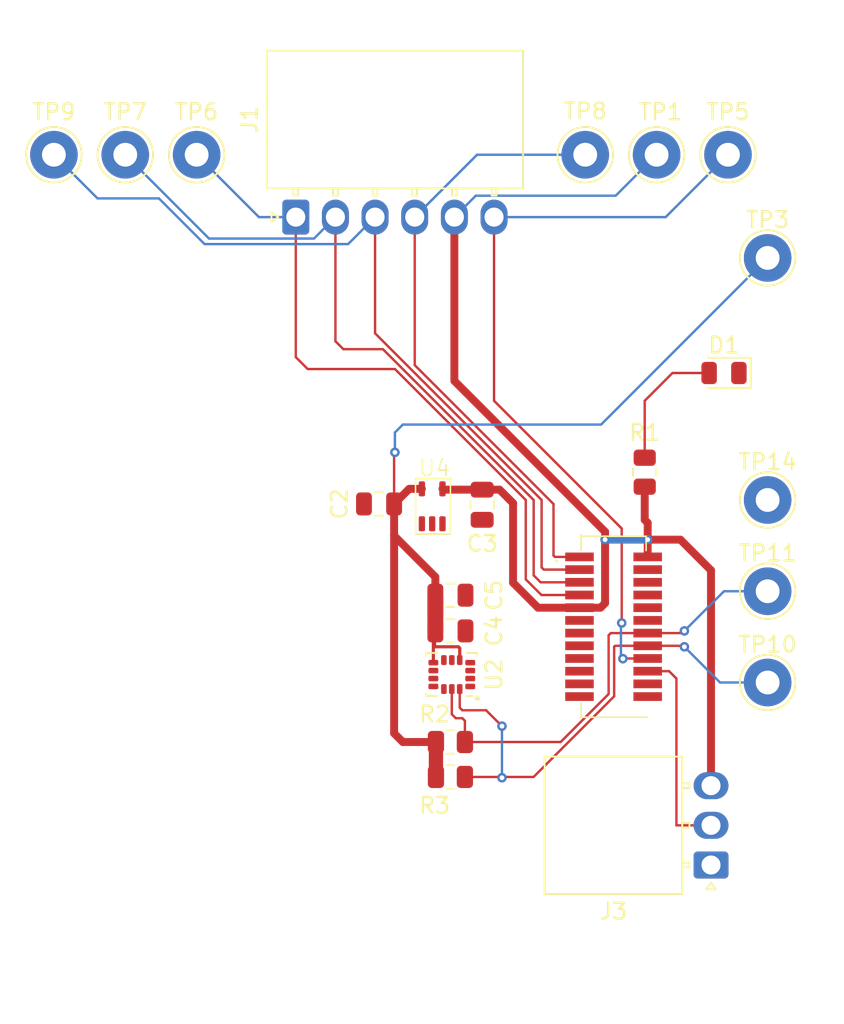
<source format=kicad_pcb>
(kicad_pcb (version 20240108) (generator "pcbnew") (generator_version "8.0")
  (layers (0 "F.Cu" signal) (31 "B.Cu" signal) (34 "B.Paste" user) (35 "F.Paste" user) (36 "B.SilkS" user "B.Silkscreen") (37 "F.SilkS" user "F.Silkscreen") (38 "B.Mask" user) (39 "F.Mask" user) (44 "Edge.Cuts" user))
  (net 0 "")
  (net 1 "<NO NET>")
  (net 2 "/MAG_CLK")
  (net 3 "/MAGSLV_Input")
  (net 4 "/LDO_1.8V")
  (net 5 "/Mag_High")
  (net 6 "/MAGSLV_Output")
  (net 7 "/MAG_CS")
  (net 22 "/VDD_3.3V")
  (net 23 "/LTE_D1")
  (net 24 "/GPIO_1")
  (net 25 "/IMU_I2C_SCL")
  (net 26 "/IMU_I2C_SDA")
  (footprint "Resistor_SMD:R_0805_2012Metric" (layer "F.Cu") (at 153 97.2)
    (property "Reference" "R3" (at -1 1.8 0) (layer "F.SilkS"))
    (property "Value" "10k")
    (fp_line (start -0.227064 -0.735) (end 0.227064 -0.735) (stroke (width 0.12)) (layer "F.SilkS"))
    (fp_line (start -0.227064 0.735) (end 0.227064 0.735) (stroke (width 0.12)) (layer "F.SilkS"))
    (pad "1" smd roundrect (at -0.9125 0) (size 1.025 1.4) (layers "F.Cu" "F.Paste" "F.Mask") (roundrect_rratio 0.243902) (net 4 "/LDO_1.8V"))
    (pad "2" smd roundrect (at 0.9125 0) (size 1.025 1.4) (layers "F.Cu" "F.Paste" "F.Mask") (roundrect_rratio 0.243902) (net 26 "/IMU_I2C_SDA"))
  )
  (footprint "TestPoint:TestPoint_THTPad_D3.0mm_Drill1.5mm" (layer "F.Cu") (at 161.5 58 90)
    (property "Reference" "TP8" (at 2.75 0 180) (layer "F.SilkS"))
    (property "Value" "MAGSLV_I")
    (fp_circle (center 0 0) (end 0 1.75) (stroke (width 0.12)) (fill none) (layer "F.SilkS"))
    (pad "1" thru_hole circle (at 0 0 90) (size 3 3) (drill 1.5) (layers "*.Cu" "*.Mask") (net 3 "/MAGSLV_Input"))
  )
  (footprint "Capacitor_SMD:C_0805_2012Metric" (layer "F.Cu") (at 148.5 80 180)
    (property "Reference" "C2" (at 2.5 0 90) (layer "F.SilkS"))
    (property "Value" "4u7")
    (fp_line (start -0.261252 0.735) (end 0.261252 0.735) (stroke (width 0.12)) (layer "F.SilkS"))
    (fp_line (start -0.261252 -0.735) (end 0.261252 -0.735) (stroke (width 0.12)) (layer "F.SilkS"))
    (pad "1" smd roundrect (at -0.95 0 180) (size 1 1.45) (layers "F.Cu" "F.Paste" "F.Mask") (net 4 "/LDO_1.8V"))
    (pad "2" smd roundrect (at 0.95 0 180) (size 1 1.45) (layers "F.Cu" "F.Paste" "F.Mask") (net 1 "<NO NET>"))
  )
  (footprint "LED_SMD:LED_0805_2012Metric" (layer "F.Cu") (at 170.25 71.75 180)
    (property "Reference" "D1" (at 0 1.75 0) (layer "F.SilkS"))
    (property "Value" "LED")
    (fp_line (start 1 -0.96) (end -1.685 -0.96) (stroke (width 0.12)) (layer "F.SilkS"))
    (fp_line (start -1.685 0.96) (end 1 0.96) (stroke (width 0.12)) (layer "F.SilkS"))
    (fp_line (start -1.685 -0.96) (end -1.685 0.96) (stroke (width 0.12)) (layer "F.SilkS"))
    (pad "1" smd roundrect (at -0.9375 0 180) (size 0.975 1.4) (layers "F.Cu" "F.Paste" "F.Mask") (net 1 "<NO NET>"))
    (pad "2" smd roundrect (at 0.9375 0 180) (size 0.975 1.4) (layers "F.Cu" "F.Paste" "F.Mask") (net 23 "/LTE_D1"))
  )
  (footprint "Capacitor_SMD:C_0805_2012Metric" (layer "F.Cu") (at 153 88)
    (property "Reference" "C4" (at 2.75 0 90) (layer "F.SilkS"))
    (property "Value" "100n")
    (fp_line (start -0.261252 -0.735) (end 0.261252 -0.735) (stroke (width 0.12)) (layer "F.SilkS"))
    (fp_line (start -0.261252 0.735) (end 0.261252 0.735) (stroke (width 0.12)) (layer "F.SilkS"))
    (pad "1" smd roundrect (at -0.95 0) (size 1 1.45) (layers "F.Cu" "F.Paste" "F.Mask") (net 4 "/LDO_1.8V"))
    (pad "2" smd roundrect (at 0.95 0) (size 1 1.45) (layers "F.Cu" "F.Paste" "F.Mask") (net 1 "<NO NET>"))
  )
  (footprint "TestPoint:TestPoint_THTPad_D3.0mm_Drill1.5mm" (layer "F.Cu") (at 166 58 90)
    (property "Reference" "TP1" (at 2.7 0.25 180) (layer "F.SilkS"))
    (property "Value" "VDD")
    (fp_circle (center 0 0) (end 0 1.75) (stroke (width 0.12)) (fill none) (layer "F.SilkS"))
    (pad "1" thru_hole circle (at 0 0 90) (size 3 3) (drill 1.5) (layers "*.Cu" "*.Mask") (net 22 "/VDD_3.3V"))
  )
  (footprint "TestPoint:TestPoint_THTPad_D3.0mm_Drill1.5mm" (layer "F.Cu") (at 137 58 -90)
    (property "Reference" "TP6" (at -2.7 0 0) (layer "F.SilkS"))
    (property "Value" "MAG_CS")
    (fp_circle (center 0 0) (end 0 1.75) (stroke (width 0.12)) (fill none) (layer "F.SilkS"))
    (pad "1" thru_hole circle (at 0 0 270) (size 3 3) (drill 1.5) (layers "*.Cu" "*.Mask") (net 7 "/MAG_CS"))
  )
  (footprint "TestPoint:TestPoint_THTPad_D3.0mm_Drill1.5mm" (layer "F.Cu") (at 128 58 -90)
    (property "Reference" "TP9" (at -2.7 0 0) (layer "F.SilkS"))
    (property "Value" "MAGSLV_O")
    (fp_circle (center 0 0) (end 0 1.75) (stroke (width 0.12)) (fill none) (layer "F.SilkS"))
    (pad "1" thru_hole circle (at 0 0 270) (size 3 3) (drill 1.5) (layers "*.Cu" "*.Mask") (net 6 "/MAGSLV_Output"))
  )
  (footprint "UTSVT_Power:LDO_3.3_to_1.8_2.2mmx1.3mm" (layer "F.Cu") (at 146.9 80.05 90)
    (property "Reference" "U4" (at 2.3 5.1 0) (layer "F.SilkS") (effects (font (thickness 0.1))))
    (property "Value" "TPS71518__SC70")
    (fp_rect (start -1.85 3.9) (end 1.65 6.1) (stroke (width 0.1)) (fill none) (layer "F.SilkS"))
    (pad "1" smd roundrect (at -1.2 4.3 90) (size 0.95 0.4) (layers "F.Cu" "F.Paste" "F.Mask"))
    (pad "2" smd roundrect (at -1.2 4.95 90) (size 0.95 0.4) (layers "F.Cu" "F.Paste" "F.Mask") (net 1 "<NO NET>"))
    (pad "3" smd roundrect (at -1.2 5.6 90) (size 0.95 0.4) (layers "F.Cu" "F.Paste" "F.Mask"))
    (pad "4" smd roundrect (at 1 5.6 90) (size 0.95 0.4) (layers "F.Cu" "F.Paste" "F.Mask") (net 22 "/VDD_3.3V"))
    (pad "5" smd roundrect (at 1 4.3 90) (size 0.95 0.4) (layers "F.Cu" "F.Paste" "F.Mask") (net 4 "/LDO_1.8V"))
  )
  (footprint "Connector_Molex:Molex_Nano-Fit_105313-xx06_1x06_P2.50mm_Horizontal" (layer "F.Cu") (at 143.25 61.93 90)
    (property "Reference" "J1" (at 6.15 -2.92 90) (layer "F.SilkS"))
    (property "Value" "Conn_01x06_Socket")
    (fp_line (start 10.49 -1.83) (end 1.81 -1.83) (stroke (width 0.12)) (layer "F.SilkS"))
    (fp_line (start 1.81 -1.83) (end 1.81 14.33) (stroke (width 0.12)) (layer "F.SilkS"))
    (fp_line (start 0.3 -1.534264) (end -0.3 -1.534264) (stroke (width 0.12)) (layer "F.SilkS"))
    (fp_line (start -0.3 -1.534264) (end 0 -1.11) (stroke (width 0.12)) (layer "F.SilkS"))
    (fp_line (start 0 -1.11) (end 0.3 -1.534264) (stroke (width 0.12)) (layer "F.SilkS"))
    (fp_line (start 1.81 -0.15) (end 1.36 -0.15) (stroke (width 0.12)) (layer "F.SilkS"))
    (fp_line (start 1.36 -0.15) (end 1.36 0.15) (stroke (width 0.12)) (layer "F.SilkS"))
    (fp_line (start 1.81 0.15) (end 1.81 -0.15) (stroke (width 0.12)) (layer "F.SilkS"))
    (fp_line (start 1.36 0.15) (end 1.81 0.15) (stroke (width 0.12)) (layer "F.SilkS"))
    (fp_line (start 1.81 2.35) (end 1.36 2.35) (stroke (width 0.12)) (layer "F.SilkS"))
    (fp_line (start 1.36 2.35) (end 1.36 2.65) (stroke (width 0.12)) (layer "F.SilkS"))
    (fp_line (start 1.81 2.65) (end 1.81 2.35) (stroke (width 0.12)) (layer "F.SilkS"))
    (fp_line (start 1.36 2.65) (end 1.81 2.65) (stroke (width 0.12)) (layer "F.SilkS"))
    (fp_line (start 1.81 4.85) (end 1.36 4.85) (stroke (width 0.12)) (layer "F.SilkS"))
    (fp_line (start 1.36 4.85) (end 1.36 5.15) (stroke (width 0.12)) (layer "F.SilkS"))
    (fp_line (start 1.81 5.15) (end 1.81 4.85) (stroke (width 0.12)) (layer "F.SilkS"))
    (fp_line (start 1.36 5.15) (end 1.81 5.15) (stroke (width 0.12)) (layer "F.SilkS"))
    (fp_line (start 1.81 7.35) (end 1.36 7.35) (stroke (width 0.12)) (layer "F.SilkS"))
    (fp_line (start 1.36 7.35) (end 1.36 7.65) (stroke (width 0.12)) (layer "F.SilkS"))
    (fp_line (start 1.81 7.65) (end 1.81 7.35) (stroke (width 0.12)) (layer "F.SilkS"))
    (fp_line (start 1.36 7.65) (end 1.81 7.65) (stroke (width 0.12)) (layer "F.SilkS"))
    (fp_line (start 1.81 9.85) (end 1.36 9.85) (stroke (width 0.12)) (layer "F.SilkS"))
    (fp_line (start 1.36 9.85) (end 1.36 10.15) (stroke (width 0.12)) (layer "F.SilkS"))
    (fp_line (start 1.81 10.15) (end 1.81 9.85) (stroke (width 0.12)) (layer "F.SilkS"))
    (fp_line (start 1.36 10.15) (end 1.81 10.15) (stroke (width 0.12)) (layer "F.SilkS"))
    (fp_line (start 1.81 12.35) (end 1.36 12.35) (stroke (width 0.12)) (layer "F.SilkS"))
    (fp_line (start 1.36 12.35) (end 1.36 12.65) (stroke (width 0.12)) (layer "F.SilkS"))
    (fp_line (start 1.81 12.65) (end 1.81 12.35) (stroke (width 0.12)) (layer "F.SilkS"))
    (fp_line (start 1.36 12.65) (end 1.81 12.65) (stroke (width 0.12)) (layer "F.SilkS"))
    (fp_line (start 10.49 14.33) (end 10.49 -1.83) (stroke (width 0.12)) (layer "F.SilkS"))
    (fp_line (start 1.81 14.33) (end 10.49 14.33) (stroke (width 0.12)) (layer "F.SilkS"))
    (pad "" np_thru_hole circle (at 7.18 0 90) (size 1.7 1.7) (drill 1.7) (layers "*.Cu" "*.Mask"))
    (pad "" np_thru_hole circle (at 7.18 12.5 90) (size 1.7 1.7) (drill 1.7) (layers "*.Cu" "*.Mask"))
    (pad "1" thru_hole roundrect (at 0 0 90) (size 2.2 1.7) (drill 1.2) (layers "*.Cu" "*.Mask") (roundrect_rratio 0.147059) (net 7 "/MAG_CS"))
    (pad "2" thru_hole oval (at 0 2.5 90) (size 2.2 1.7) (drill 1.2) (layers "*.Cu" "*.Mask") (net 2 "/MAG_CLK"))
    (pad "3" thru_hole oval (at 0 5 90) (size 2.2 1.7) (drill 1.2) (layers "*.Cu" "*.Mask") (net 6 "/MAGSLV_Output"))
    (pad "4" thru_hole oval (at 0 7.5 90) (size 2.2 1.7) (drill 1.2) (layers "*.Cu" "*.Mask") (net 3 "/MAGSLV_Input"))
    (pad "5" thru_hole oval (at 0 10 90) (size 2.2 1.7) (drill 1.2) (layers "*.Cu" "*.Mask") (net 22 "/VDD_3.3V"))
    (pad "6" thru_hole oval (at 0 12.5 90) (size 2.2 1.7) (drill 1.2) (layers "*.Cu" "*.Mask") (net 5 "/Mag_High"))
  )
  (footprint "Resistor_SMD:R_0805_2012Metric" (layer "F.Cu") (at 153 95)
    (property "Reference" "R2" (at -1 -1.75 0) (layer "F.SilkS"))
    (property "Value" "10k")
    (fp_line (start -0.227064 -0.735) (end 0.227064 -0.735) (stroke (width 0.12)) (layer "F.SilkS"))
    (fp_line (start -0.227064 0.735) (end 0.227064 0.735) (stroke (width 0.12)) (layer "F.SilkS"))
    (pad "1" smd roundrect (at -0.9125 0) (size 1.025 1.4) (layers "F.Cu" "F.Paste" "F.Mask") (roundrect_rratio 0.243902) (net 4 "/LDO_1.8V"))
    (pad "2" smd roundrect (at 0.9125 0) (size 1.025 1.4) (layers "F.Cu" "F.Paste" "F.Mask") (roundrect_rratio 0.243902) (net 25 "/IMU_I2C_SCL"))
  )
  (footprint "Connector_Molex:Molex_Nano-Fit_105313-xx03_1x03_P2.50mm_Horizontal" (layer "F.Cu") (at 169.43 102.75 180)
    (property "Reference" "J3" (at 6.15 -2.92 0) (layer "F.SilkS"))
    (property "Value" "Conn_01x03_Socket")
    (fp_line (start 10.49 6.83) (end 10.49 -1.83) (stroke (width 0.12)) (layer "F.SilkS"))
    (fp_line (start 10.49 -1.83) (end 1.81 -1.83) (stroke (width 0.12)) (layer "F.SilkS"))
    (fp_line (start 1.81 6.83) (end 10.49 6.83) (stroke (width 0.12)) (layer "F.SilkS"))
    (fp_line (start 1.81 5.15) (end 1.81 4.85) (stroke (width 0.12)) (layer "F.SilkS"))
    (fp_line (start 1.81 4.85) (end 1.36 4.85) (stroke (width 0.12)) (layer "F.SilkS"))
    (fp_line (start 1.81 2.65) (end 1.81 2.35) (stroke (width 0.12)) (layer "F.SilkS"))
    (fp_line (start 1.81 2.35) (end 1.36 2.35) (stroke (width 0.12)) (layer "F.SilkS"))
    (fp_line (start 1.81 0.15) (end 1.81 -0.15) (stroke (width 0.12)) (layer "F.SilkS"))
    (fp_line (start 1.81 -0.15) (end 1.36 -0.15) (stroke (width 0.12)) (layer "F.SilkS"))
    (fp_line (start 1.81 -1.83) (end 1.81 6.83) (stroke (width 0.12)) (layer "F.SilkS"))
    (fp_line (start 1.36 5.15) (end 1.81 5.15) (stroke (width 0.12)) (layer "F.SilkS"))
    (fp_line (start 1.36 4.85) (end 1.36 5.15) (stroke (width 0.12)) (layer "F.SilkS"))
    (fp_line (start 1.36 2.65) (end 1.81 2.65) (stroke (width 0.12)) (layer "F.SilkS"))
    (fp_line (start 1.36 2.35) (end 1.36 2.65) (stroke (width 0.12)) (layer "F.SilkS"))
    (fp_line (start 1.36 0.15) (end 1.81 0.15) (stroke (width 0.12)) (layer "F.SilkS"))
    (fp_line (start 1.36 -0.15) (end 1.36 0.15) (stroke (width 0.12)) (layer "F.SilkS"))
    (fp_line (start 0.3 -1.534264) (end -0.3 -1.534264) (stroke (width 0.12)) (layer "F.SilkS"))
    (fp_line (start 0 -1.11) (end 0.3 -1.534264) (stroke (width 0.12)) (layer "F.SilkS"))
    (fp_line (start -0.3 -1.534264) (end 0 -1.11) (stroke (width 0.12)) (layer "F.SilkS"))
    (pad "" np_thru_hole circle (at 7.18 0 180) (size 1.7 1.7) (drill 1.7) (layers "*.Cu" "*.Mask"))
    (pad "" np_thru_hole circle (at 7.18 5 180) (size 1.7 1.7) (drill 1.7) (layers "*.Cu" "*.Mask"))
    (pad "1" thru_hole roundrect (at 0 0 180) (size 2.2 1.7) (drill 1.2) (layers "*.Cu" "*.Mask") (roundrect_rratio 0.147059) (net 1 "<NO NET>"))
    (pad "2" thru_hole oval (at 0 2.5 180) (size 2.2 1.7) (drill 1.2) (layers "*.Cu" "*.Mask") (net 24 "/GPIO_1"))
    (pad "3" thru_hole oval (at 0 5 180) (size 2.2 1.7) (drill 1.2) (layers "*.Cu" "*.Mask") (net 22 "/VDD_3.3V"))
  )
  (footprint "Capacitor_SMD:C_0805_2012Metric" (layer "F.Cu") (at 153 85.75)
    (property "Reference" "C5" (at 2.75 0 90) (layer "F.SilkS"))
    (property "Value" "100n")
    (fp_line (start -0.261252 -0.735) (end 0.261252 -0.735) (stroke (width 0.12)) (layer "F.SilkS"))
    (fp_line (start -0.261252 0.735) (end 0.261252 0.735) (stroke (width 0.12)) (layer "F.SilkS"))
    (pad "1" smd roundrect (at -0.95 0) (size 1 1.45) (layers "F.Cu" "F.Paste" "F.Mask") (net 4 "/LDO_1.8V"))
    (pad "2" smd roundrect (at 0.95 0) (size 1 1.45) (layers "F.Cu" "F.Paste" "F.Mask") (net 1 "<NO NET>"))
  )
  (footprint "Capacitor_SMD:C_0805_2012Metric" (layer "F.Cu") (at 155 80.05 -90)
    (property "Reference" "C3" (at 2.45 0 180) (layer "F.SilkS"))
    (property "Value" "4u7")
    (fp_line (start -0.261252 0.735) (end 0.261252 0.735) (stroke (width 0.12)) (layer "F.SilkS"))
    (fp_line (start -0.261252 -0.735) (end 0.261252 -0.735) (stroke (width 0.12)) (layer "F.SilkS"))
    (pad "1" smd roundrect (at -0.95 0 270) (size 1 1.45) (layers "F.Cu" "F.Paste" "F.Mask") (net 22 "/VDD_3.3V"))
    (pad "2" smd roundrect (at 0.95 0 270) (size 1 1.45) (layers "F.Cu" "F.Paste" "F.Mask") (net 1 "<NO NET>"))
  )
  (footprint "Package_LGA:LGA-14_3x2.5mm_P0.5mm_LayoutBorder3x4y" (layer "F.Cu") (at 153.0875 90.75 180)
    (property "Reference" "U2" (at -2.6625 0 90) (layer "F.SilkS"))
    (property "Value" "LSM6DSL")
    (fp_line (start 1.61 1.36) (end 1.61 1.185) (stroke (width 0.12)) (layer "F.SilkS"))
    (fp_line (start 1.61 -1.36) (end 1.61 -1.185) (stroke (width 0.12)) (layer "F.SilkS"))
    (fp_line (start 0.935 1.36) (end 1.61 1.36) (stroke (width 0.12)) (layer "F.SilkS"))
    (fp_line (start 0.935 -1.36) (end 1.61 -1.36) (stroke (width 0.12)) (layer "F.SilkS"))
    (fp_line (start -0.935 1.36) (end -1.61 1.36) (stroke (width 0.12)) (layer "F.SilkS"))
    (fp_line (start -0.935 -1.36) (end -1.31 -1.36) (stroke (width 0.12)) (layer "F.SilkS"))
    (fp_line (start -1.61 1.36) (end -1.61 1.185) (stroke (width 0.12)) (layer "F.SilkS"))
    (fp_poly (pts (xy -1.61 -1.36) (xy -1.75 -1.55) (xy -1.47 -1.55) (xy -1.61 -1.36)) (stroke (width 0.12)) (fill solid) (layer "F.SilkS"))
    (pad "1" smd roundrect (at -1.1625 -0.75 180) (size 0.625 0.35) (layers "F.Cu" "F.Paste" "F.Mask"))
    (pad "2" smd roundrect (at -1.1625 -0.25 180) (size 0.625 0.35) (layers "F.Cu" "F.Paste" "F.Mask") (net 1 "<NO NET>"))
    (pad "3" smd roundrect (at -1.1625 0.25 180) (size 0.625 0.35) (layers "F.Cu" "F.Paste" "F.Mask") (net 1 "<NO NET>"))
    (pad "4" smd roundrect (at -1.1625 0.75 180) (size 0.625 0.35) (layers "F.Cu" "F.Paste" "F.Mask"))
    (pad "5 (IO)" smd roundrect (at -0.5 0.9125 180) (size 0.35 0.625) (layers "F.Cu" "F.Paste" "F.Mask") (net 4 "/LDO_1.8V"))
    (pad "6" smd roundrect (at 0 0.9125 180) (size 0.35 0.625) (layers "F.Cu" "F.Paste" "F.Mask") (net 1 "<NO NET>"))
    (pad "7" smd roundrect (at 0.5 0.9125 180) (size 0.35 0.625) (layers "F.Cu" "F.Paste" "F.Mask") (net 1 "<NO NET>"))
    (pad "8" smd roundrect (at 1.1625 0.75 180) (size 0.625 0.35) (layers "F.Cu" "F.Paste" "F.Mask") (net 4 "/LDO_1.8V"))
    (pad "9" smd roundrect (at 1.1625 0.25 180) (size 0.625 0.35) (layers "F.Cu" "F.Paste" "F.Mask"))
    (pad "10" smd roundrect (at 1.1625 -0.25 180) (size 0.625 0.35) (layers "F.Cu" "F.Paste" "F.Mask"))
    (pad "11" smd roundrect (at 1.1625 -0.75 180) (size 0.625 0.35) (layers "F.Cu" "F.Paste" "F.Mask"))
    (pad "12" smd roundrect (at 0.5 -0.9125 180) (size 0.35 0.625) (layers "F.Cu" "F.Paste" "F.Mask"))
    (pad "13" smd roundrect (at 0 -0.9125 180) (size 0.35 0.625) (layers "F.Cu" "F.Paste" "F.Mask") (net 25 "/IMU_I2C_SCL"))
    (pad "14" smd roundrect (at -0.5 -0.9125 180) (size 0.35 0.625) (layers "F.Cu" "F.Paste" "F.Mask") (net 26 "/IMU_I2C_SDA"))
  )
  (footprint "TestPoint:TestPoint_THTPad_D3.0mm_Drill1.5mm" (layer "F.Cu") (at 173 91.25)
    (property "Reference" "TP10" (at 0 -2.398 0) (layer "F.SilkS"))
    (property "Value" "IMU_I2C_SDA")
    (fp_circle (center 0 0) (end 0 1.75) (stroke (width 0.12)) (fill none) (layer "F.SilkS"))
    (pad "1" thru_hole circle (at 0 0) (size 3 3) (drill 1.5) (layers "*.Cu" "*.Mask") (net 26 "/IMU_I2C_SDA"))
  )
  (footprint "TestPoint:TestPoint_THTPad_D3.0mm_Drill1.5mm" (layer "F.Cu") (at 173 79.75)
    (property "Reference" "TP14" (at 0 -2.398 0) (layer "F.SilkS"))
    (property "Value" "GND")
    (fp_circle (center 0 0) (end 0 1.75) (stroke (width 0.12)) (fill none) (layer "F.SilkS"))
    (pad "1" thru_hole circle (at 0 0) (size 3 3) (drill 1.5) (layers "*.Cu" "*.Mask") (net 1 "<NO NET>"))
  )
  (footprint "TestPoint:TestPoint_THTPad_D3.0mm_Drill1.5mm" (layer "F.Cu") (at 173 85.5)
    (property "Reference" "TP11" (at 0 -2.398 0) (layer "F.SilkS"))
    (property "Value" "IMU_CLK")
    (fp_circle (center 0 0) (end 0 1.75) (stroke (width 0.12)) (fill none) (layer "F.SilkS"))
    (pad "1" thru_hole circle (at 0 0) (size 3 3) (drill 1.5) (layers "*.Cu" "*.Mask") (net 25 "/IMU_I2C_SCL"))
  )
  (footprint "Resistor_SMD:R_0805_2012Metric" (layer "F.Cu") (at 165.25 78 -90)
    (property "Reference" "R1" (at -2.5 0 180) (layer "F.SilkS"))
    (property "Value" "1k")
    (fp_line (start -0.227064 0.735) (end 0.227064 0.735) (stroke (width 0.12)) (layer "F.SilkS"))
    (fp_line (start -0.227064 -0.735) (end 0.227064 -0.735) (stroke (width 0.12)) (layer "F.SilkS"))
    (pad "1" smd roundrect (at -0.9125 0 270) (size 1.025 1.4) (layers "F.Cu" "F.Paste" "F.Mask") (roundrect_rratio 0.243902) (net 23 "/LTE_D1"))
    (pad "2" smd roundrect (at 0.9125 0 270) (size 1.025 1.4) (layers "F.Cu" "F.Paste" "F.Mask") (roundrect_rratio 0.243902) (net 22 "/VDD_3.3V"))
  )
  (footprint "TestPoint:TestPoint_THTPad_D3.0mm_Drill1.5mm" (layer "F.Cu") (at 170.5 58 90)
    (property "Reference" "TP5" (at 2.7 0 180) (layer "F.SilkS"))
    (property "Value" "Mag_High")
    (fp_circle (center 0 0) (end 0 1.75) (stroke (width 0.12)) (fill none) (layer "F.SilkS"))
    (pad "1" thru_hole circle (at 0 0 90) (size 3 3) (drill 1.5) (layers "*.Cu" "*.Mask") (net 5 "/Mag_High"))
  )
  (footprint "UTSVT_Special:PeripheralSOM" (layer "F.Cu") (at 144.96226 84.51226)
    (property "Reference" "U1" (hide yes))
    (property "Value" "PeripheralSOM" (hide yes))
    (fp_line (start 14.725 -0.975) (end 14.725 -0.975) (stroke (width 0.1)) (layer "F.SilkS"))
    (fp_line (start 14.725 -0.875) (end 14.725 -0.875) (stroke (width 0.1)) (layer "F.SilkS"))
    (fp_line (start 16.275 -1.575) (end 16.275 -2.575) (stroke (width 0.1)) (layer "F.SilkS"))
    (fp_line (start 16.275 8.025) (end 16.275 8.925) (stroke (width 0.1)) (layer "F.SilkS"))
    (fp_line (start 16.275 8.925) (end 20.475 8.925) (stroke (width 0.1)) (layer "F.SilkS"))
    (fp_line (start 16.325 -2.475) (end 20.375 -2.475) (stroke (width 0.1)) (layer "F.SilkS"))
    (fp_line (start 20.375 -2.475) (end 20.375 -1.575) (stroke (width 0.1)) (layer "F.SilkS"))
    (fp_arc (start 14.725 -0.975) (mid 14.775 -0.925) (end 14.725 -0.875) (stroke (width 0.1)) (layer "F.SilkS"))
    (fp_arc (start 14.725 -0.875) (mid 14.675 -0.925) (end 14.725 -0.975) (stroke (width 0.1)) (layer "F.SilkS"))
    (pad "" np_thru_hole circle (at -15.56226 -18.61226) (size 3 3) (drill 3) (layers "*.Cu" "*.Mask"))
    (pad "" np_thru_hole circle (at -15.56226 24.98774) (size 3 3) (drill 3) (layers "*.Cu" "*.Mask"))
    (pad "" np_thru_hole circle (at 18.03774 -18.61226) (size 3 3) (drill 3) (layers "*.Cu" "*.Mask"))
    (pad "" np_thru_hole circle (at 18.03774 24.98774) (size 3 3) (drill 3) (layers "*.Cu" "*.Mask"))
    (pad "1" smd rect (at 16.175 -1.175 90) (size 0.55 1.8) (layers "F.Cu" "F.Paste" "F.Mask") (net 3 "/MAGSLV_Input"))
    (pad "2" smd rect (at 20.475 -1.175 90) (size 0.55 1.8) (layers "F.Cu" "F.Paste" "F.Mask") (net 22 "/VDD_3.3V"))
    (pad "3" smd rect (at 16.175 -0.375 90) (size 0.55 1.8) (layers "F.Cu" "F.Paste" "F.Mask") (net 6 "/MAGSLV_Output"))
    (pad "4" smd rect (at 20.475 -0.375 90) (size 0.55 1.8) (layers "F.Cu" "F.Paste" "F.Mask") (net 1 "<NO NET>"))
    (pad "5" smd rect (at 16.175 0.425 90) (size 0.55 1.8) (layers "F.Cu" "F.Paste" "F.Mask") (net 2 "/MAG_CLK"))
    (pad "6" smd rect (at 20.475 0.425 90) (size 0.55 1.8) (layers "F.Cu" "F.Paste" "F.Mask"))
    (pad "7" smd rect (at 16.175 1.225 90) (size 0.55 1.8) (layers "F.Cu" "F.Paste" "F.Mask") (net 7 "/MAG_CS"))
    (pad "8" smd rect (at 20.475 1.225 90) (size 0.55 1.8) (layers "F.Cu" "F.Paste" "F.Mask"))
    (pad "9" smd rect (at 16.175 2.025 90) (size 0.55 1.8) (layers "F.Cu" "F.Paste" "F.Mask") (net 22 "/VDD_3.3V"))
    (pad "10" smd rect (at 20.475 2.025 90) (size 0.55 1.8) (layers "F.Cu" "F.Paste" "F.Mask"))
    (pad "11" smd rect (at 16.175 2.825 90) (size 0.55 1.8) (layers "F.Cu" "F.Paste" "F.Mask"))
    (pad "12" smd rect (at 20.475 2.825 90) (size 0.55 1.8) (layers "F.Cu" "F.Paste" "F.Mask"))
    (pad "13" smd rect (at 16.175 3.625 90) (size 0.55 1.8) (layers "F.Cu" "F.Paste" "F.Mask"))
    (pad "14" smd rect (at 20.475 3.625 90) (size 0.55 1.8) (layers "F.Cu" "F.Paste" "F.Mask") (net 25 "/IMU_I2C_SCL"))
    (pad "15" smd rect (at 16.175 4.425 90) (size 0.55 1.8) (layers "F.Cu" "F.Paste" "F.Mask"))
    (pad "16" smd rect (at 20.475 4.425 90) (size 0.55 1.8) (layers "F.Cu" "F.Paste" "F.Mask") (net 26 "/IMU_I2C_SDA"))
    (pad "17" smd rect (at 16.175 5.225 90) (size 0.55 1.8) (layers "F.Cu" "F.Paste" "F.Mask"))
    (pad "18" smd rect (at 20.475 5.225 90) (size 0.55 1.8) (layers "F.Cu" "F.Paste" "F.Mask") (net 5 "/Mag_High"))
    (pad "19" smd rect (at 16.175 6.025 90) (size 0.55 1.8) (layers "F.Cu" "F.Paste" "F.Mask"))
    (pad "20" smd rect (at 20.475 6.025 90) (size 0.55 1.8) (layers "F.Cu" "F.Paste" "F.Mask") (net 24 "/GPIO_1"))
    (pad "21" smd rect (at 16.175 6.825 90) (size 0.55 1.8) (layers "F.Cu" "F.Paste" "F.Mask"))
    (pad "22" smd rect (at 20.475 6.825 90) (size 0.55 1.8) (layers "F.Cu" "F.Paste" "F.Mask"))
    (pad "23" smd rect (at 16.175 7.625 90) (size 0.55 1.8) (layers "F.Cu" "F.Paste" "F.Mask"))
    (pad "24" smd rect (at 20.475 7.625 90) (size 0.55 1.8) (layers "F.Cu" "F.Paste" "F.Mask"))
  )
  (footprint "TestPoint:TestPoint_THTPad_D3.0mm_Drill1.5mm" (layer "F.Cu") (at 132.5 58 -90)
    (property "Reference" "TP7" (at -2.7 0 0) (layer "F.SilkS"))
    (property "Value" "MAG_CLK")
    (fp_circle (center 0 0) (end 0 1.75) (stroke (width 0.12)) (fill none) (layer "F.SilkS"))
    (pad "1" thru_hole circle (at 0 0 270) (size 3 3) (drill 1.5) (layers "*.Cu" "*.Mask") (net 2 "/MAG_CLK"))
  )
  (footprint "TestPoint:TestPoint_THTPad_D3.0mm_Drill1.5mm" (layer "F.Cu") (at 173 64.5)
    (property "Reference" "TP3" (at 0 -2.398 0) (layer "F.SilkS"))
    (property "Value" "VDD")
    (fp_circle (center 0 0) (end 0 1.75) (stroke (width 0.12)) (fill none) (layer "F.SilkS"))
    (pad "1" thru_hole circle (at 0 0) (size 3 3) (drill 1.5) (layers "*.Cu" "*.Mask") (net 4 "/LDO_1.8V"))
  )
  (segment (start 158.25 84.5) (end 158.25 79.755025) (width 0.15) (layer "F.Cu") (net 2))
  (segment (start 146.25 70.25) (end 145.75 69.75) (width 0.15) (layer "F.Cu") (net 2))
  (segment (start 161.13726 84.93726) (end 158.68726 84.93726) (width 0.15) (layer "F.Cu") (net 2))
  (segment (start 158.25 79.755025) (end 148.744975 70.25) (width 0.15) (layer "F.Cu") (net 2))
  (segment (start 145.75 69.75) (end 145.75 61.93) (width 0.15) (layer "F.Cu") (net 2))
  (segment (start 148.744975 70.25) (end 146.25 70.25) (width 0.15) (layer "F.Cu") (net 2))
  (segment (start 158.68726 84.93726) (end 158.25 84.5) (width 0.15) (layer "F.Cu") (net 2))
  (segment (start 137.78 63.28) (end 144.4 63.28) (width 0.15) (layer "B.Cu") (net 2))
  (segment (start 132.5 58) (end 137.78 63.28) (width 0.15) (layer "B.Cu") (net 2))
  (segment (start 144.4 63.28) (end 145.75 61.93) (width 0.15) (layer "B.Cu") (net 2))
  (segment (start 159.5 80.005025) (end 151.247487 71.752513) (width 0.15) (layer "F.Cu") (net 3))
  (segment (start 159.58726 83.33726) (end 159.5 83.25) (width 0.15) (layer "F.Cu") (net 3))
  (segment (start 159.5 83.25) (end 159.5 80.005025) (width 0.15) (layer "F.Cu") (net 3))
  (segment (start 151.247487 71.752513) (end 150.75 71.255026) (width 0.15) (layer "F.Cu") (net 3))
  (segment (start 150.75 71.255026) (end 150.75 61.93) (width 0.15) (layer "F.Cu") (net 3))
  (segment (start 161.13726 83.33726) (end 159.58726 83.33726) (width 0.15) (layer "F.Cu") (net 3))
  (segment (start 161.5 58) (end 154.68 58) (width 0.15) (layer "B.Cu") (net 3))
  (segment (start 154.68 58) (end 150.75 61.93) (width 0.15) (layer "B.Cu") (net 3))
  (segment (start 152 88.05) (end 152.05 88) (width 0.2) (layer "F.Cu") (net 4))
  (segment (start 152 89) (end 152 88.05) (width 0.2) (layer "F.Cu") (net 4))
  (segment (start 152.05 87) (end 152.05 88) (width 1) (layer "F.Cu") (net 4))
  (segment (start 153.5 89) (end 153.5875 89.0875) (width 0.2) (layer "F.Cu") (net 4))
  (segment (start 153.5875 89.0875) (end 153.5875 89.8375) (width 0.2) (layer "F.Cu") (net 4))
  (segment (start 150 95) (end 149.45 94.45) (width 0.5) (layer "F.Cu") (net 4))
  (segment (start 152.0875 97.2) (end 152.0875 95) (width 0.9) (layer "F.Cu") (net 4))
  (segment (start 149.45 82) (end 149.45 81.5) (width 0.5) (layer "F.Cu") (net 4))
  (segment (start 149.45 81.5) (end 149.45 80) (width 0.5) (layer "F.Cu") (net 4))
  (segment (start 152.05 86) (end 152.05 84.6) (width 0.5) (layer "F.Cu") (net 4))
  (segment (start 151.2 79.05) (end 150.4 79.05) (width 0.5) (layer "F.Cu") (net 4))
  (segment (start 152.05 84.6) (end 149.45 82) (width 0.5) (layer "F.Cu") (net 4))
  (segment (start 152.0875 95) (end 150 95) (width 0.5) (layer "F.Cu") (net 4))
  (segment (start 151.925 88.125) (end 152.05 88) (width 0.2) (layer "F.Cu") (net 4))
  (segment (start 151.925 90) (end 151.925 88.125) (width 0.2) (layer "F.Cu") (net 4))
  (segment (start 149.5 76.75) (end 149.45 76.8) (width 0.15) (layer "F.Cu") (net 4))
  (segment (start 152.05 86) (end 152.05 87) (width 1) (layer "F.Cu") (net 4))
  (segment (start 149.45 76.8) (end 149.45 80) (width 0.15) (layer "F.Cu") (net 4))
  (segment (start 152.05 87) (end 152.05 85.75) (width 1) (layer "F.Cu") (net 4))
  (segment (start 153.5 89) (end 152 89) (width 0.2) (layer "F.Cu") (net 4))
  (segment (start 149.45 94.45) (end 149.45 82) (width 0.5) (layer "F.Cu") (net 4))
  (segment (start 150.4 79.05) (end 149.45 80) (width 0.5) (layer "F.Cu") (net 4))
  (via (at 149.5 76.75) (size 0.6) (drill 0.3) (layers "F.Cu" "B.Cu") (net 4))
  (segment (start 149.5 75.5) (end 149.5 76.75) (width 0.15) (layer "B.Cu") (net 4))
  (segment (start 173 64.5) (end 162.5 75) (width 0.15) (layer "B.Cu") (net 4))
  (segment (start 150 75) (end 149.5 75.5) (width 0.15) (layer "B.Cu") (net 4))
  (segment (start 162.5 75) (end 150 75) (width 0.15) (layer "B.Cu") (net 4))
  (segment (start 163.8 81.55) (end 155.75 73.5) (width 0.15) (layer "F.Cu") (net 5))
  (segment (start 155.75 73.5) (end 155.75 61.93) (width 0.15) (layer "F.Cu") (net 5))
  (segment (start 165.43726 89.73726) (end 163.8875 89.73726) (width 0.15) (layer "F.Cu") (net 5))
  (segment (start 163.8875 89.73726) (end 163.87476 89.75) (width 0.15) (layer "F.Cu") (net 5))
  (segment (start 163.8 87.5) (end 163.8 81.55) (width 0.15) (layer "F.Cu") (net 5))
  (via (at 163.87476 89.75) (size 0.6) (drill 0.3) (layers "F.Cu" "B.Cu") (net 5))
  (via (at 163.8 87.5) (size 0.6) (drill 0.3) (layers "F.Cu" "B.Cu") (net 5))
  (segment (start 163.87476 89.75) (end 163.75 89.62524) (width 0.15) (layer "B.Cu") (net 5))
  (segment (start 166.57 61.93) (end 155.75 61.93) (width 0.15) (layer "B.Cu") (net 5))
  (segment (start 170.5 58) (end 166.57 61.93) (width 0.15) (layer "B.Cu") (net 5))
  (segment (start 163.75 89.62524) (end 163.75 87.5) (width 0.15) (layer "B.Cu") (net 5))
  (segment (start 163.75 87.5) (end 163.8 87.5) (width 0.15) (layer "B.Cu") (net 5))
  (segment (start 158.75 79.75) (end 148.25 69.25) (width 0.15) (layer "F.Cu") (net 6))
  (segment (start 161.13726 84.13726) (end 158.88726 84.13726) (width 0.15) (layer "F.Cu") (net 6))
  (segment (start 158.88726 84.13726) (end 158.75 84) (width 0.15) (layer "F.Cu") (net 6))
  (segment (start 158.75 84) (end 158.75 79.75) (width 0.15) (layer "F.Cu") (net 6))
  (segment (start 148.25 69.25) (end 148.25 61.93) (width 0.15) (layer "F.Cu") (net 6))
  (segment (start 130.75 60.75) (end 134.62 60.75) (width 0.15) (layer "B.Cu") (net 6))
  (segment (start 146.55 63.63) (end 148.25 61.93) (width 0.15) (layer "B.Cu") (net 6))
  (segment (start 137.5 63.63) (end 146.55 63.63) (width 0.15) (layer "B.Cu") (net 6))
  (segment (start 128 58) (end 130.75 60.75) (width 0.15) (layer "B.Cu") (net 6))
  (segment (start 134.62 60.75) (end 137.5 63.63) (width 0.15) (layer "B.Cu") (net 6))
  (segment (start 149.5 71.5) (end 144 71.5) (width 0.15) (layer "F.Cu") (net 7))
  (segment (start 143.25 70.75) (end 143.25 61.93) (width 0.15) (layer "F.Cu") (net 7))
  (segment (start 158.73726 85.73726) (end 157.75 84.75) (width 0.15) (layer "F.Cu") (net 7))
  (segment (start 144 71.5) (end 143.25 70.75) (width 0.15) (layer "F.Cu") (net 7))
  (segment (start 157.75 84.75) (end 157.75 79.75) (width 0.15) (layer "F.Cu") (net 7))
  (segment (start 157.75 79.75) (end 149.5 71.5) (width 0.15) (layer "F.Cu") (net 7))
  (segment (start 161.13726 85.73726) (end 158.73726 85.73726) (width 0.15) (layer "F.Cu") (net 7))
  (segment (start 140.93 61.93) (end 143.25 61.93) (width 0.15) (layer "B.Cu") (net 7))
  (segment (start 137 58) (end 140.93 61.93) (width 0.15) (layer "B.Cu") (net 7))
  (segment (start 161.13726 86.53726) (end 162.46274 86.53726) (width 0.5) (layer "F.Cu") (net 22))
  (segment (start 153.5 79.1) (end 152.55 79.1) (width 0.5) (layer "F.Cu") (net 22))
  (segment (start 156.95 84.965078) (end 156.95 79.95) (width 0.5) (layer "F.Cu") (net 22))
  (segment (start 162.75 81.75) (end 153.25 72.25) (width 0.5) (layer "F.Cu") (net 22))
  (segment (start 165.43726 83.33726) (end 165.43726 82.25) (width 0.5) (layer "F.Cu") (net 22))
  (segment (start 162.75 82.25) (end 162.75 81.75) (width 0.5) (layer "F.Cu") (net 22))
  (segment (start 153.25 72.25) (end 153.25 61.93) (width 0.5) (layer "F.Cu") (net 22))
  (segment (start 167.5 82.25) (end 165.43726 82.25) (width 0.5) (layer "F.Cu") (net 22))
  (segment (start 158.522182 86.53726) (end 156.95 84.965078) (width 0.5) (layer "F.Cu") (net 22))
  (segment (start 156.1 79.1) (end 155 79.1) (width 0.5) (layer "F.Cu") (net 22))
  (segment (start 165.43726 82.25) (end 165.43726 81.18726) (width 0.5) (layer "F.Cu") (net 22))
  (segment (start 161.13726 86.53726) (end 158.522182 86.53726) (width 0.5) (layer "F.Cu") (net 22))
  (segment (start 165.43726 81.18726) (end 165.25 81) (width 0.5) (layer "F.Cu") (net 22))
  (segment (start 169.43 84.18) (end 167.5 82.25) (width 0.5) (layer "F.Cu") (net 22))
  (segment (start 162.46274 86.53726) (end 162.75 86.25) (width 0.5) (layer "F.Cu") (net 22))
  (segment (start 155 79.1) (end 153.5 79.1) (width 0.5) (layer "F.Cu") (net 22))
  (segment (start 165.25 81) (end 165.25 78.9125) (width 0.5) (layer "F.Cu") (net 22))
  (segment (start 156.95 79.95) (end 156.1 79.1) (width 0.5) (layer "F.Cu") (net 22))
  (segment (start 152.55 79.1) (end 152.5 79.05) (width 0.5) (layer "F.Cu") (net 22))
  (segment (start 162.75 86.25) (end 162.75 82.25) (width 0.5) (layer "F.Cu") (net 22))
  (segment (start 169.43 97.75) (end 169.43 84.18) (width 0.5) (layer "F.Cu") (net 22))
  (via (at 165.43726 82.25) (size 0.6) (drill 0.3) (layers "F.Cu" "B.Cu") (net 22))
  (via (at 162.75 82.25) (size 0.6) (drill 0.3) (layers "F.Cu" "B.Cu") (net 22))
  (segment (start 165.43726 82.25) (end 162.75 82.25) (width 0.5) (layer "B.Cu") (net 22))
  (segment (start 166 58) (end 163.42 60.58) (width 0.15) (layer "B.Cu") (net 22))
  (segment (start 154.6 60.58) (end 153.25 61.93) (width 0.15) (layer "B.Cu") (net 22))
  (segment (start 163.42 60.58) (end 154.6 60.58) (width 0.15) (layer "B.Cu") (net 22))
  (segment (start 165.25 73.5) (end 167 71.75) (width 0.15) (layer "F.Cu") (net 23))
  (segment (start 167 71.75) (end 169.3125 71.75) (width 0.15) (layer "F.Cu") (net 23))
  (segment (start 165.25 77.0875) (end 165.25 73.5) (width 0.15) (layer "F.Cu") (net 23))
  (segment (start 167.25 91) (end 167.25 100.25) (width 0.15) (layer "F.Cu") (net 24))
  (segment (start 166.78726 90.53726) (end 167.25 91) (width 0.15) (layer "F.Cu") (net 24))
  (segment (start 167.25 100.25) (end 169.43 100.25) (width 0.15) (layer "F.Cu") (net 24))
  (segment (start 165.43726 90.53726) (end 166.78726 90.53726) (width 0.15) (layer "F.Cu") (net 24))
  (segment (start 154.4125 95) (end 153.9125 95) (width 0.15) (layer "F.Cu") (net 25))
  (segment (start 153.75 93.5) (end 153.3375 93.5) (width 0.15) (layer "F.Cu") (net 25))
  (segment (start 154.4125 95) (end 158.75 95) (width 0.15) (layer "F.Cu") (net 25))
  (segment (start 165.43726 88.13726) (end 163.11274 88.13726) (width 0.15) (layer "F.Cu") (net 25))
  (segment (start 153.9125 93.6625) (end 153.75 93.5) (width 0.15) (layer "F.Cu") (net 25))
  (segment (start 158.75 95) (end 159 95) (width 0.15) (layer "F.Cu") (net 25))
  (segment (start 163.11274 88.13726) (end 162.97476 88.27524) (width 0.15) (layer "F.Cu") (net 25))
  (segment (start 167.61274 88.13726) (end 165.43726 88.13726) (width 0.15) (layer "F.Cu") (net 25))
  (segment (start 153.0875 93.25) (end 153.0875 91.6625) (width 0.15) (layer "F.Cu") (net 25))
  (segment (start 162.97476 91.97476) (end 159.94952 95) (width 0.15) (layer "F.Cu") (net 25))
  (segment (start 153.9125 95) (end 153.9125 93.6625) (width 0.15) (layer "F.Cu") (net 25))
  (segment (start 159.94952 95) (end 159 95) (width 0.15) (layer "F.Cu") (net 25))
  (segment (start 167.75 88) (end 167.61274 88.13726) (width 0.15) (layer "F.Cu") (net 25))
  (segment (start 162.97476 88.27524) (end 162.97476 91.97476) (width 0.15) (layer "F.Cu") (net 25))
  (segment (start 153.3375 93.5) (end 153.0875 93.25) (width 0.15) (layer "F.Cu") (net 25))
  (via (at 167.75 88) (size 0.6) (drill 0.3) (layers "F.Cu" "B.Cu") (net 25))
  (segment (start 170.25 85.5) (end 167.75 88) (width 0.15) (layer "B.Cu") (net 25))
  (segment (start 173 85.5) (end 170.25 85.5) (width 0.15) (layer "B.Cu") (net 25))
  (segment (start 156.2 97.2) (end 156.25 97.25) (width 0.15) (layer "F.Cu") (net 26))
  (segment (start 153.9125 97.2) (end 156.2 97.2) (width 0.15) (layer "F.Cu") (net 26))
  (segment (start 158.244495 97.2) (end 162.972247 92.472247) (width 0.15) (layer "F.Cu") (net 26))
  (segment (start 162.972247 92.472247) (end 163.32476 92.119734) (width 0.15) (layer "F.Cu") (net 26))
  (segment (start 156.25 94) (end 155.25 93) (width 0.15) (layer "F.Cu") (net 26))
  (segment (start 156.3 97.2) (end 158.244495 97.2) (width 0.15) (layer "F.Cu") (net 26))
  (segment (start 163.32476 89) (end 163.3875 88.93726) (width 0.15) (layer "F.Cu") (net 26))
  (segment (start 167.68726 88.93726) (end 165.43726 88.93726) (width 0.15) (layer "F.Cu") (net 26))
  (segment (start 167.75 89) (end 167.68726 88.93726) (width 0.15) (layer "F.Cu") (net 26))
  (segment (start 163.32476 92.119734) (end 163.32476 89) (width 0.15) (layer "F.Cu") (net 26))
  (segment (start 163.3875 88.93726) (end 165.43726 88.93726) (width 0.15) (layer "F.Cu") (net 26))
  (segment (start 155.25 93) (end 153.75 93) (width 0.15) (layer "F.Cu") (net 26))
  (segment (start 153.5875 92.8375) (end 153.5875 91.6625) (width 0.15) (layer "F.Cu") (net 26))
  (segment (start 153.75 93) (end 153.5875 92.8375) (width 0.15) (layer "F.Cu") (net 26))
  (segment (start 156.25 97.25) (end 156.3 97.2) (width 0.15) (layer "F.Cu") (net 26))
  (via (at 167.75 89) (size 0.6) (drill 0.3) (layers "F.Cu" "B.Cu") (net 26))
  (via (at 156.25 97.25) (size 0.6) (drill 0.3) (layers "F.Cu" "B.Cu") (net 26))
  (via (at 156.25 94) (size 0.6) (drill 0.3) (layers "F.Cu" "B.Cu") (net 26))
  (segment (start 173 91.25) (end 170 91.25) (width 0.15) (layer "B.Cu") (net 26))
  (segment (start 170 91.25) (end 167.75 89) (width 0.15) (layer "B.Cu") (net 26))
  (segment (start 156.25 97.25) (end 156.25 94) (width 0.15) (layer "B.Cu") (net 26))
)
</source>
